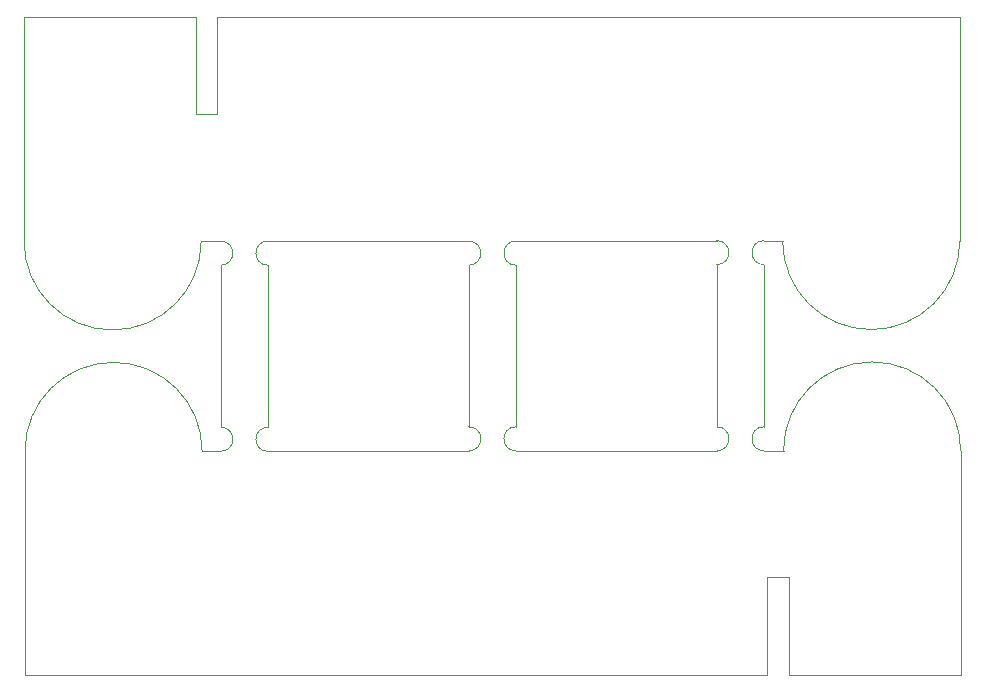
<source format=gbr>
%TF.GenerationSoftware,KiCad,Pcbnew,7.0.7*%
%TF.CreationDate,2023-11-02T08:16:26-05:00*%
%TF.ProjectId,PCI Blaster Mouse Bites,50434920-426c-4617-9374-6572204d6f75,rev?*%
%TF.SameCoordinates,Original*%
%TF.FileFunction,Profile,NP*%
%FSLAX46Y46*%
G04 Gerber Fmt 4.6, Leading zero omitted, Abs format (unit mm)*
G04 Created by KiCad (PCBNEW 7.0.7) date 2023-11-02 08:16:26*
%MOMM*%
%LPD*%
G01*
G04 APERTURE LIST*
%TA.AperFunction,Profile*%
%ADD10C,0.050000*%
%TD*%
%TA.AperFunction,Profile*%
%ADD11C,0.100000*%
%TD*%
G04 APERTURE END LIST*
D10*
X177000000Y-93170000D02*
X177000000Y-79450000D01*
X173000000Y-79450000D02*
X173000000Y-93170000D01*
X156000000Y-93170000D02*
X156000000Y-79490000D01*
X152000000Y-79490000D02*
X152000000Y-93170000D01*
X135000000Y-93210000D02*
X135000000Y-79490000D01*
X131000000Y-79490000D02*
X131000000Y-93210000D01*
X156000000Y-77450000D02*
X173000000Y-77410000D01*
D11*
X177000000Y-77410000D02*
G75*
G03*
X177000000Y-79450000I0J-1020000D01*
G01*
D10*
X152000000Y-77450000D02*
X135000000Y-77450000D01*
D11*
X193573000Y-76902000D02*
X193573000Y-77442000D01*
X152000000Y-79490000D02*
G75*
G03*
X152000000Y-77450000I0J1020000D01*
G01*
X193573000Y-58477000D02*
X130723000Y-58477000D01*
X128923000Y-58477000D02*
X114348000Y-58477000D01*
X131000000Y-79490000D02*
G75*
G03*
X131000000Y-77450000I0J1020000D01*
G01*
X193573000Y-66727000D02*
X193573000Y-58477000D01*
X128923000Y-66727000D02*
X128923000Y-58477000D01*
X135000000Y-77450000D02*
G75*
G03*
X135000000Y-79490000I0J-1020000D01*
G01*
X193573000Y-76902000D02*
X193573000Y-66727000D01*
X129448003Y-77467470D02*
X129348000Y-77477000D01*
X114348000Y-76922000D02*
X114348000Y-77477000D01*
X156000000Y-77450000D02*
G75*
G03*
X156000000Y-79490000I0J-1020000D01*
G01*
X178448003Y-77436546D02*
X177000000Y-77410000D01*
X130040017Y-77467096D02*
X131000000Y-77450000D01*
X173000000Y-79450000D02*
G75*
G03*
X173000000Y-77410000I0J1020000D01*
G01*
X178573000Y-77442000D02*
G75*
G03*
X193573000Y-77442000I7500000J0D01*
G01*
X130723000Y-66727000D02*
X128923000Y-66727000D01*
X129448003Y-77467470D02*
X130040017Y-77467096D01*
X130723000Y-58477000D02*
X130723000Y-66727000D01*
X178448003Y-77436546D02*
X178573000Y-77442000D01*
X114348000Y-77477000D02*
G75*
G03*
X129348000Y-77477000I7500000J0D01*
G01*
X114348000Y-58477000D02*
X114348000Y-76922000D01*
D10*
X156000000Y-95210000D02*
X173000000Y-95210000D01*
X152000000Y-95210000D02*
X135000000Y-95250000D01*
D11*
X156000000Y-93170000D02*
G75*
G03*
X156000000Y-95210000I0J-1020000D01*
G01*
X152000000Y-95210000D02*
G75*
G03*
X152000000Y-93170000I0J1020000D01*
G01*
X177959983Y-95192904D02*
X177000000Y-95210000D01*
X177000000Y-93170000D02*
G75*
G03*
X177000000Y-95210000I0J-1020000D01*
G01*
X173000000Y-95210000D02*
G75*
G03*
X173000000Y-93170000I0J1020000D01*
G01*
X129551997Y-95223454D02*
X131000000Y-95250000D01*
X131000000Y-95250000D02*
G75*
G03*
X131000000Y-93210000I0J1020000D01*
G01*
X135000000Y-93210000D02*
G75*
G03*
X135000000Y-95250000I0J-1020000D01*
G01*
X178551997Y-95192530D02*
X178652000Y-95183000D01*
X193652000Y-95738000D02*
X193652000Y-95183000D01*
X179077000Y-105933000D02*
X179077000Y-114183000D01*
X114427000Y-105933000D02*
X114427000Y-114183000D01*
X177277000Y-105933000D02*
X179077000Y-105933000D01*
X193652000Y-95183000D02*
G75*
G03*
X178652000Y-95183000I-7500000J0D01*
G01*
X129551997Y-95223454D02*
X129427000Y-95218000D01*
X129427000Y-95218000D02*
G75*
G03*
X114427000Y-95218000I-7500000J0D01*
G01*
X178551997Y-95192530D02*
X177959983Y-95192904D01*
X177277000Y-114183000D02*
X177277000Y-105933000D01*
X114427000Y-95758000D02*
X114427000Y-105933000D01*
X114427000Y-95758000D02*
X114427000Y-95218000D01*
X179077000Y-114183000D02*
X193652000Y-114183000D01*
X193652000Y-114183000D02*
X193652000Y-95738000D01*
X114427000Y-114183000D02*
X177277000Y-114183000D01*
M02*

</source>
